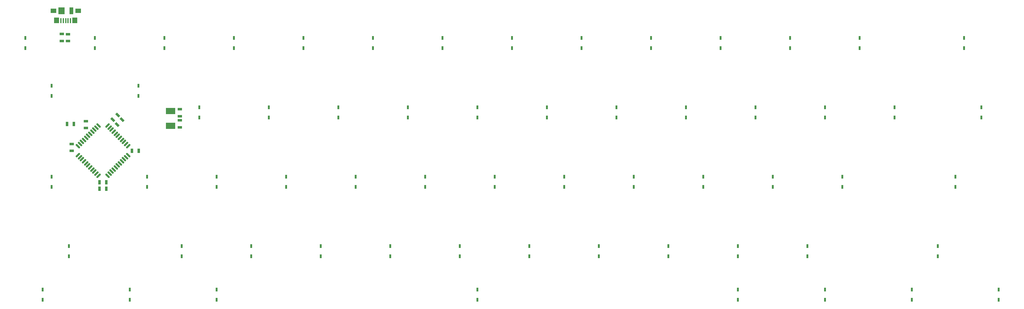
<source format=gbp>
G04*
G04 #@! TF.GenerationSoftware,Altium Limited,Altium Designer,21.7.2 (23)*
G04*
G04 Layer_Color=128*
%FSLAX25Y25*%
%MOIN*%
G70*
G04*
G04 #@! TF.SameCoordinates,8FBBE309-EC49-44CF-9814-742EC28C0B38*
G04*
G04*
G04 #@! TF.FilePolarity,Positive*
G04*
G01*
G75*
G04:AMPARAMS|DCode=29|XSize=21.65mil|YSize=59.06mil|CornerRadius=0mil|HoleSize=0mil|Usage=FLASHONLY|Rotation=225.000|XOffset=0mil|YOffset=0mil|HoleType=Round|Shape=Round|*
%AMOVALD29*
21,1,0.03740,0.02165,0.00000,0.00000,315.0*
1,1,0.02165,-0.01322,0.01322*
1,1,0.02165,0.01322,-0.01322*
%
%ADD29OVALD29*%

G04:AMPARAMS|DCode=30|XSize=21.65mil|YSize=59.06mil|CornerRadius=0mil|HoleSize=0mil|Usage=FLASHONLY|Rotation=315.000|XOffset=0mil|YOffset=0mil|HoleType=Round|Shape=Round|*
%AMOVALD30*
21,1,0.03740,0.02165,0.00000,0.00000,45.0*
1,1,0.02165,-0.01322,-0.01322*
1,1,0.02165,0.01322,0.01322*
%
%ADD30OVALD30*%

%ADD31R,0.05100X0.02800*%
%ADD32R,0.02800X0.05100*%
%ADD33R,0.02165X0.04134*%
G04:AMPARAMS|DCode=34|XSize=28mil|YSize=51mil|CornerRadius=0mil|HoleSize=0mil|Usage=FLASHONLY|Rotation=225.000|XOffset=0mil|YOffset=0mil|HoleType=Round|Shape=Rectangle|*
%AMROTATEDRECTD34*
4,1,4,-0.00813,0.02793,0.02793,-0.00813,0.00813,-0.02793,-0.02793,0.00813,-0.00813,0.02793,0.0*
%
%ADD34ROTATEDRECTD34*%

%ADD35R,0.01772X0.05433*%
%ADD36R,0.05610X0.06102*%
%ADD37R,0.03937X0.07480*%
%ADD38R,0.07087X0.07480*%
%ADD39R,0.06496X0.05118*%
%ADD40R,0.10000X0.07000*%
D29*
X-18444Y-41006D02*
D03*
X-16217Y-38778D02*
D03*
X-13990Y-36551D02*
D03*
X-11763Y-34324D02*
D03*
X-9536Y-32097D02*
D03*
X-7309Y-29870D02*
D03*
X-5081Y-27643D02*
D03*
X-2854Y-25416D02*
D03*
X-627Y-23189D02*
D03*
X1600Y-20962D02*
D03*
X3827Y-18734D02*
D03*
X35842Y-50749D02*
D03*
X33615Y-52976D02*
D03*
X31387Y-55203D02*
D03*
X29160Y-57430D02*
D03*
X26933Y-59658D02*
D03*
X24706Y-61885D02*
D03*
X22479Y-64112D02*
D03*
X20252Y-66339D02*
D03*
X18025Y-68566D02*
D03*
X15798Y-70793D02*
D03*
X13571Y-73020D02*
D03*
D30*
Y-18734D02*
D03*
X15798Y-20962D02*
D03*
X18025Y-23189D02*
D03*
X20252Y-25416D02*
D03*
X22479Y-27643D02*
D03*
X24706Y-29870D02*
D03*
X26933Y-32097D02*
D03*
X29160Y-34324D02*
D03*
X31387Y-36551D02*
D03*
X33615Y-38778D02*
D03*
X35842Y-41006D02*
D03*
X3827Y-73020D02*
D03*
X1600Y-70793D02*
D03*
X-627Y-68566D02*
D03*
X-2854Y-66339D02*
D03*
X-5081Y-64112D02*
D03*
X-7309Y-61885D02*
D03*
X-9536Y-59658D02*
D03*
X-11763Y-57430D02*
D03*
X-13990Y-55203D02*
D03*
X-16217Y-52976D02*
D03*
X-18444Y-50749D02*
D03*
D31*
X-9589Y-21445D02*
D03*
Y-13945D02*
D03*
X-25081Y-38599D02*
D03*
Y-46099D02*
D03*
X-28960Y80054D02*
D03*
Y72553D02*
D03*
X-35634Y80120D02*
D03*
Y72620D02*
D03*
X91542Y-20691D02*
D03*
Y-13191D02*
D03*
Y-1191D02*
D03*
Y-8691D02*
D03*
D32*
X4863Y-86999D02*
D03*
X12363D02*
D03*
X4863Y-79999D02*
D03*
X12363D02*
D03*
X39838Y-45948D02*
D03*
X47339D02*
D03*
X-22671Y-16970D02*
D03*
X-30171D02*
D03*
D33*
X56250Y-74176D02*
D03*
Y-85199D02*
D03*
X-75000Y75824D02*
D03*
Y64801D02*
D03*
X0D02*
D03*
Y75824D02*
D03*
X75000Y64801D02*
D03*
Y75824D02*
D03*
X150000Y64801D02*
D03*
Y75824D02*
D03*
X225000Y64801D02*
D03*
Y75824D02*
D03*
X300000Y64801D02*
D03*
Y75824D02*
D03*
X375000Y64801D02*
D03*
Y75824D02*
D03*
X450000Y64801D02*
D03*
Y75824D02*
D03*
X525000Y64801D02*
D03*
Y75824D02*
D03*
X600000Y64801D02*
D03*
Y75824D02*
D03*
X675000Y64801D02*
D03*
Y75824D02*
D03*
X750000Y64801D02*
D03*
Y75824D02*
D03*
X825000Y64801D02*
D03*
Y75824D02*
D03*
X937500Y64801D02*
D03*
Y75824D02*
D03*
X-46875Y24262D02*
D03*
Y13238D02*
D03*
X46875Y24262D02*
D03*
Y13238D02*
D03*
X112500Y-10199D02*
D03*
Y824D02*
D03*
X187500Y-10199D02*
D03*
Y824D02*
D03*
X262500Y-10199D02*
D03*
Y824D02*
D03*
X337500Y-10199D02*
D03*
Y824D02*
D03*
X412500Y-10199D02*
D03*
Y824D02*
D03*
X487500Y-10199D02*
D03*
Y824D02*
D03*
X562500Y-10199D02*
D03*
Y824D02*
D03*
X637500Y-10199D02*
D03*
Y824D02*
D03*
X712500Y-10199D02*
D03*
Y824D02*
D03*
X787500Y-10199D02*
D03*
Y824D02*
D03*
X862500Y-10199D02*
D03*
Y824D02*
D03*
X956250Y-10199D02*
D03*
Y824D02*
D03*
X-46875Y-85199D02*
D03*
Y-74176D02*
D03*
X131250Y-85199D02*
D03*
Y-74176D02*
D03*
X206250Y-85199D02*
D03*
Y-74176D02*
D03*
X281250Y-85199D02*
D03*
Y-74176D02*
D03*
X356250Y-85199D02*
D03*
Y-74176D02*
D03*
X431250Y-85199D02*
D03*
Y-74176D02*
D03*
X506250Y-85199D02*
D03*
Y-74176D02*
D03*
X581250Y-85199D02*
D03*
Y-74176D02*
D03*
X656250Y-85199D02*
D03*
Y-74176D02*
D03*
X731250Y-85199D02*
D03*
Y-74176D02*
D03*
X806250Y-85199D02*
D03*
Y-74176D02*
D03*
X928125Y-85199D02*
D03*
Y-74176D02*
D03*
X-28125Y-160199D02*
D03*
Y-149176D02*
D03*
X93750Y-160199D02*
D03*
Y-149176D02*
D03*
X168750Y-160199D02*
D03*
Y-149176D02*
D03*
X243750Y-160199D02*
D03*
Y-149176D02*
D03*
X318750Y-160199D02*
D03*
Y-149176D02*
D03*
X393750Y-160199D02*
D03*
Y-149176D02*
D03*
X468750Y-160199D02*
D03*
Y-149176D02*
D03*
X543750Y-160199D02*
D03*
Y-149176D02*
D03*
X618750Y-160199D02*
D03*
Y-149176D02*
D03*
X693750Y-160199D02*
D03*
Y-149176D02*
D03*
X768750Y-160199D02*
D03*
Y-149176D02*
D03*
X909375Y-160199D02*
D03*
Y-149176D02*
D03*
X-56250Y-196051D02*
D03*
Y-207074D02*
D03*
X37500Y-196051D02*
D03*
Y-207074D02*
D03*
X131250Y-196051D02*
D03*
Y-207074D02*
D03*
X412500Y-196051D02*
D03*
Y-207074D02*
D03*
X693750Y-196051D02*
D03*
Y-207074D02*
D03*
X787500Y-196051D02*
D03*
Y-207074D02*
D03*
X881250Y-196051D02*
D03*
Y-207074D02*
D03*
X975000Y-196051D02*
D03*
Y-207074D02*
D03*
D34*
X24032Y-17697D02*
D03*
X29335Y-12394D02*
D03*
X24579Y-7272D02*
D03*
X19276Y-12575D02*
D03*
D35*
X-26378Y94646D02*
D03*
X-28937D02*
D03*
X-31496D02*
D03*
X-34055D02*
D03*
X-36614D02*
D03*
D36*
X-21703Y94980D02*
D03*
X-41289D02*
D03*
D37*
X-25394Y105118D02*
D03*
D38*
X-36024D02*
D03*
D39*
X-18209D02*
D03*
X-44783D02*
D03*
D40*
X81542Y-2941D02*
D03*
Y-18941D02*
D03*
M02*

</source>
